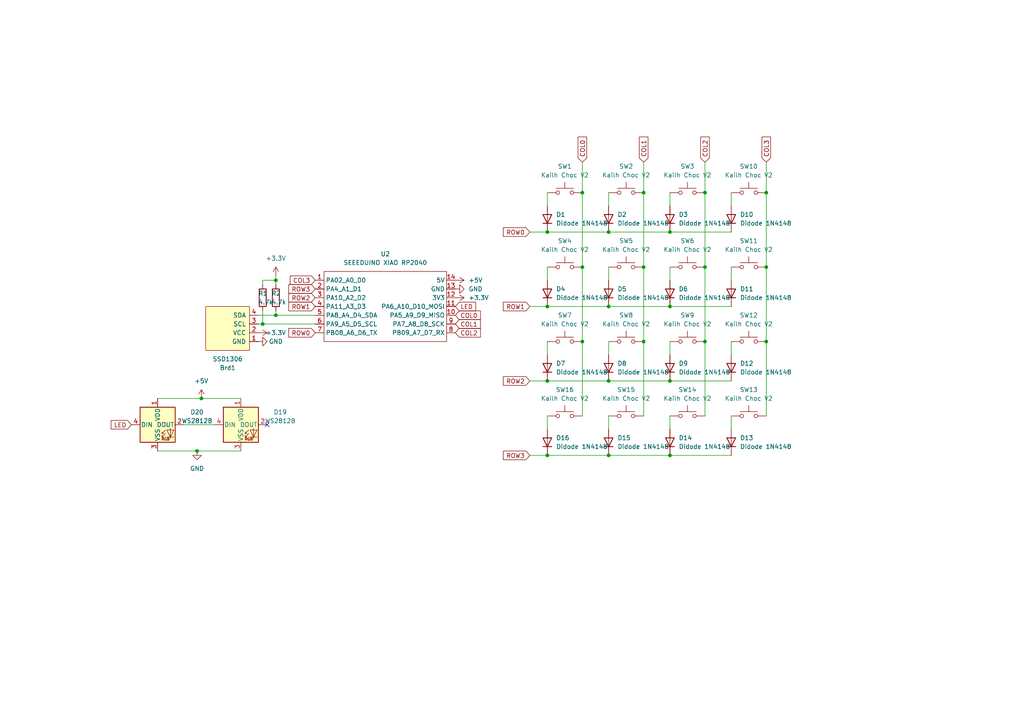
<source format=kicad_sch>
(kicad_sch (version 20230121) (generator eeschema)
  (paper "A4")
  (title_block (title "Cyao macropad") (date "2024-09-22") (rev "v3.1") (company "Cheyao") (comment 1 "https://github.com/cheyao/macropad") (comment 2 "Hackclub repo: https://github.com/hackclub/hackpad"))
  (lib_symbols
    (symbol "Device:D" (pin_numbers hide) (pin_names (offset 1.016) hide)
      (property "Reference" "D" (at 0 2.54 0))
      (property "Value" "D" (at 0 -2.54 0))
      (symbol "D_0_1"
        (polyline (pts (xy -1.27 1.27) (xy -1.27 -1.27)) (stroke (width 0.254)))
        (polyline (pts (xy 1.27 0) (xy -1.27 0)))
        (polyline (pts (xy 1.27 1.27) (xy 1.27 -1.27) (xy -1.27 0) (xy 1.27 1.27)) (stroke (width 0.254)))
      )
      (symbol "D_1_1"
        (pin passive line (at -3.81 0 0) (length 2.54) (name "K") (number "1"))
        (pin passive line (at 3.81 0 180) (length 2.54) (name "A") (number "2"))
      )
    )
    (symbol "Device:R" (pin_numbers hide) (pin_names (offset 0))
      (property "Reference" "R" (at 2.032 0 90))
      (property "Value" "R" (at 0 0 90))
      (symbol "R_0_1"
        (rectangle (start -1.016 -2.54) (end 1.016 2.54) (stroke (width 0.254)))
      )
      (symbol "R_1_1"
        (pin passive line (at 0 3.81 270) (length 1.27) (name "~") (number "1"))
        (pin passive line (at 0 -3.81 90) (length 1.27) (name "~") (number "2"))
      )
    )
    (symbol "LED:WS2812B" (pin_names (offset 0.254))
      (property "Reference" "D" (at 5.08 5.715 0))
      (property "Value" "WS2812B" (at 1.27 -5.715 0))
      (symbol "WS2812B_0_0"
        (text "RGB" (at 2.286 -4.191 0) (effects (font (size 0.762 0.762))))
      )
      (symbol "WS2812B_0_1"
        (polyline (pts (xy 1.27 -3.556) (xy 1.778 -3.556)))
        (polyline (pts (xy 1.27 -2.54) (xy 1.778 -2.54)))
        (polyline (pts (xy 4.699 -3.556) (xy 2.667 -3.556)))
        (polyline (pts (xy 2.286 -2.54) (xy 1.27 -3.556) (xy 1.27 -3.048)))
        (polyline (pts (xy 2.286 -1.524) (xy 1.27 -2.54) (xy 1.27 -2.032)))
        (polyline (pts (xy 3.683 -1.016) (xy 3.683 -3.556) (xy 3.683 -4.064)))
        (polyline (pts (xy 4.699 -1.524) (xy 2.667 -1.524) (xy 3.683 -3.556) (xy 4.699 -1.524)))
        (rectangle (start 5.08 5.08) (end -5.08 -5.08) (stroke (width 0.254)) (fill (type background)))
      )
      (symbol "WS2812B_1_1"
        (pin power_in line (at 0 7.62 270) (length 2.54) (name "VDD") (number "1"))
        (pin output line (at 7.62 0 180) (length 2.54) (name "DOUT") (number "2"))
        (pin power_in line (at 0 -7.62 90) (length 2.54) (name "VSS") (number "3"))
        (pin input line (at -7.62 0 0) (length 2.54) (name "DIN") (number "4"))
      )
    )
    (symbol "Switch:SW_Push" (pin_numbers hide) (pin_names (offset 1.016) hide)
      (property "Reference" "SW" (at 1.27 2.54 0))
      (property "Value" "SW_Push" (at 0 -1.524 0))
      (symbol "SW_Push_0_1"
        (circle (center -2.032 0) (radius 0.508))
        (polyline (pts (xy 0 1.27) (xy 0 3.048)))
        (polyline (pts (xy 2.54 1.27) (xy -2.54 1.27)))
        (circle (center 2.032 0) (radius 0.508))
        (pin passive line (at -5.08 0 0) (length 2.54) (name "1") (number "1"))
        (pin passive line (at 5.08 0 180) (length 2.54) (name "2") (number "2"))
      )
    )
    (symbol "power:+3.3V" (power) (pin_names (offset 0))
      (property "Value" "+3.3V" (at 0 3.556 0))
      (symbol "+3.3V_0_1"
        (polyline (pts (xy -0.762 1.27) (xy 0 2.54)))
        (polyline (pts (xy 0 0) (xy 0 2.54)))
        (polyline (pts (xy 0 2.54) (xy 0.762 1.27)))
      )
      (symbol "+3.3V_1_1"
        (pin power_in line (at 0 0 90) (length 0) hide (name "+3.3V") (number "1"))
      )
    )
    (symbol "power:+5V" (power) (pin_names (offset 0))
      (property "Value" "+5V" (at 0 3.556 0))
      (symbol "+5V_0_1"
        (polyline (pts (xy -0.762 1.27) (xy 0 2.54)))
        (polyline (pts (xy 0 0) (xy 0 2.54)))
        (polyline (pts (xy 0 2.54) (xy 0.762 1.27)))
      )
      (symbol "+5V_1_1"
        (pin power_in line (at 0 0 90) (length 0) hide (name "+5V") (number "1"))
      )
    )
    (symbol "power:GND" (power) (pin_names (offset 0))
      (property "Value" "GND" (at 0 -3.81 0))
      (symbol "GND_0_1"
        (polyline (pts (xy 0 0) (xy 0 -1.27) (xy 1.27 -1.27) (xy 0 -2.54) (xy -1.27 -1.27) (xy 0 -1.27)))
      )
      (symbol "GND_1_1"
        (pin power_in line (at 0 0 270) (length 0) hide (name "GND") (number "1"))
      )
    )
    (symbol "screen:SSD1306" (pin_names (offset 1.016))
      (property "Reference" "Brd" (at 0 -3.81 0))
      (property "Value" "SSD1306" (at 0 -1.27 0))
      (symbol "SSD1306_0_1"
        (rectangle (start -6.35 6.35) (end 6.35 -6.35) (fill (type background)))
      )
      (symbol "SSD1306_1_1"
        (pin input line (at -3.81 8.89 270) (length 2.54) (name "GND") (number "1"))
        (pin input line (at -1.27 8.89 270) (length 2.54) (name "VCC") (number "2"))
        (pin input line (at 1.27 8.89 270) (length 2.54) (name "SCL") (number "3"))
        (pin input line (at 3.81 8.89 270) (length 2.54) (name "SDA") (number "4"))
      )
    )
    (symbol "seed-real:MOUDLE-SEEEDUINO-XIAO"
      (property "Reference" "U" (at -16.51 11.43 0))
      (property "Value" "MOUDLE-SEEEDUINO-XIAO" (at -3.81 -11.43 0))
      (symbol "MOUDLE-SEEEDUINO-XIAO_0_1"
        (rectangle (start -16.51 10.16) (end 19.05 -10.16))
      )
      (symbol "MOUDLE-SEEEDUINO-XIAO_1_1"
        (pin passive line (at -19.05 7.62 0) (length 2.54) (name "PA02_A0_D0") (number "1"))
        (pin passive line (at 21.59 -2.54 180) (length 2.54) (name "PA5_A9_D9_MISO") (number "10"))
        (pin passive line (at 21.59 0 180) (length 2.54) (name "PA6_A10_D10_MOSI") (number "11"))
        (pin passive line (at 21.59 2.54 180) (length 2.54) (name "3V3") (number "12"))
        (pin passive line (at 21.59 5.08 180) (length 2.54) (name "GND") (number "13"))
        (pin passive line (at 21.59 7.62 180) (length 2.54) (name "5V") (number "14"))
        (pin passive line (at -19.05 5.08 0) (length 2.54) (name "PA4_A1_D1") (number "2"))
        (pin passive line (at -19.05 2.54 0) (length 2.54) (name "PA10_A2_D2") (number "3"))
        (pin passive line (at -19.05 0 0) (length 2.54) (name "PA11_A3_D3") (number "4"))
        (pin passive line (at -19.05 -2.54 0) (length 2.54) (name "PA8_A4_D4_SDA") (number "5"))
        (pin passive line (at -19.05 -5.08 0) (length 2.54) (name "PA9_A5_D5_SCL") (number "6"))
        (pin passive line (at -19.05 -7.62 0) (length 2.54) (name "PB08_A6_D6_TX") (number "7"))
        (pin passive line (at 21.59 -7.62 180) (length 2.54) (name "PB09_A7_D7_RX") (number "8"))
        (pin passive line (at 21.59 -5.08 180) (length 2.54) (name "PA7_A8_D8_SCK") (number "9"))
      )
    )
  )
  (junction (at 158.75 110.49))
  (junction (at 158.75 132.08))
  (junction (at 186.69 77.47))
  (junction (at 57.15 130.81))
  (junction (at 168.91 77.47))
  (junction (at 76.2 93.98))
  (junction (at 158.75 67.31))
  (junction (at 186.69 55.88))
  (junction (at 168.91 55.88))
  (junction (at 158.75 88.9))
  (junction (at 58.42 115.57))
  (junction (at 176.53 88.9))
  (junction (at 222.25 55.88))
  (junction (at 168.91 99.06))
  (junction (at 194.31 110.49))
  (junction (at 204.47 77.47))
  (junction (at 222.25 77.47))
  (junction (at 204.47 99.06))
  (junction (at 176.53 67.31))
  (junction (at 194.31 88.9))
  (junction (at 176.53 110.49))
  (junction (at 194.31 67.31))
  (junction (at 80.01 91.44))
  (junction (at 204.47 55.88))
  (junction (at 186.69 99.06))
  (junction (at 194.31 132.08))
  (junction (at 80.01 81.28))
  (junction (at 222.25 99.06))
  (junction (at 176.53 132.08))
  (no_connect (at 77.47 123.19))
  (wire (pts (xy 176.53 110.49) (xy 194.31 110.49)))
  (wire (pts (xy 204.47 55.88) (xy 204.47 77.47)))
  (wire (pts (xy 158.75 120.65) (xy 158.75 124.46)))
  (wire (pts (xy 76.2 82.55) (xy 76.2 81.28)))
  (wire (pts (xy 176.53 99.06) (xy 176.53 102.87)))
  (wire (pts (xy 176.53 88.9) (xy 194.31 88.9)))
  (wire (pts (xy 204.47 99.06) (xy 204.47 120.65)))
  (wire (pts (xy 76.2 93.98) (xy 91.44 93.98)))
  (wire (pts (xy 194.31 77.47) (xy 194.31 81.28)))
  (wire (pts (xy 186.69 99.06) (xy 186.69 120.65)))
  (wire (pts (xy 57.15 130.81) (xy 69.85 130.81)))
  (wire (pts (xy 194.31 120.65) (xy 194.31 124.46)))
  (wire (pts (xy 80.01 81.28) (xy 80.01 82.55)))
  (wire (pts (xy 168.91 99.06) (xy 168.91 120.65)))
  (wire (pts (xy 45.72 115.57) (xy 58.42 115.57)))
  (wire (pts (xy 158.75 99.06) (xy 158.75 102.87)))
  (wire (pts (xy 76.2 81.28) (xy 80.01 81.28)))
  (wire (pts (xy 194.31 110.49) (xy 212.09 110.49)))
  (wire (pts (xy 204.47 55.88) (xy 204.47 46.99)))
  (wire (pts (xy 194.31 99.06) (xy 194.31 102.87)))
  (wire (pts (xy 158.75 77.47) (xy 158.75 81.28)))
  (wire (pts (xy 212.09 55.88) (xy 212.09 59.69)))
  (wire (pts (xy 158.75 132.08) (xy 176.53 132.08)))
  (wire (pts (xy 194.31 132.08) (xy 212.09 132.08)))
  (wire (pts (xy 80.01 90.17) (xy 80.01 91.44)))
  (wire (pts (xy 186.69 55.88) (xy 186.69 77.47)))
  (wire (pts (xy 176.53 77.47) (xy 176.53 81.28)))
  (wire (pts (xy 80.01 91.44) (xy 91.44 91.44)))
  (wire (pts (xy 153.67 88.9) (xy 158.75 88.9)))
  (wire (pts (xy 194.31 88.9) (xy 212.09 88.9)))
  (wire (pts (xy 186.69 46.99) (xy 186.69 55.88)))
  (wire (pts (xy 176.53 120.65) (xy 176.53 124.46)))
  (wire (pts (xy 222.25 55.88) (xy 222.25 77.47)))
  (wire (pts (xy 74.93 93.98) (xy 76.2 93.98)))
  (wire (pts (xy 158.75 67.31) (xy 176.53 67.31)))
  (wire (pts (xy 194.31 55.88) (xy 194.31 59.69)))
  (wire (pts (xy 222.25 46.99) (xy 222.25 55.88)))
  (wire (pts (xy 212.09 99.06) (xy 212.09 102.87)))
  (wire (pts (xy 153.67 110.49) (xy 158.75 110.49)))
  (wire (pts (xy 158.75 55.88) (xy 158.75 59.69)))
  (wire (pts (xy 168.91 77.47) (xy 168.91 99.06)))
  (wire (pts (xy 186.69 77.47) (xy 186.69 99.06)))
  (wire (pts (xy 176.53 67.31) (xy 194.31 67.31)))
  (wire (pts (xy 158.75 110.49) (xy 176.53 110.49)))
  (wire (pts (xy 76.2 90.17) (xy 76.2 93.98)))
  (wire (pts (xy 80.01 80.01) (xy 80.01 81.28)))
  (wire (pts (xy 153.67 67.31) (xy 158.75 67.31)))
  (wire (pts (xy 222.25 99.06) (xy 222.25 120.65)))
  (wire (pts (xy 176.53 132.08) (xy 194.31 132.08)))
  (wire (pts (xy 168.91 46.99) (xy 168.91 55.88)))
  (wire (pts (xy 168.91 55.88) (xy 168.91 77.47)))
  (wire (pts (xy 176.53 55.88) (xy 176.53 59.69)))
  (wire (pts (xy 45.72 130.81) (xy 57.15 130.81)))
  (wire (pts (xy 212.09 77.47) (xy 212.09 81.28)))
  (wire (pts (xy 158.75 88.9) (xy 176.53 88.9)))
  (wire (pts (xy 74.93 91.44) (xy 80.01 91.44)))
  (wire (pts (xy 153.67 132.08) (xy 158.75 132.08)))
  (wire (pts (xy 222.25 77.47) (xy 222.25 99.06)))
  (wire (pts (xy 194.31 67.31) (xy 212.09 67.31)))
  (wire (pts (xy 212.09 120.65) (xy 212.09 124.46)))
  (wire (pts (xy 58.42 115.57) (xy 69.85 115.57)))
  (wire (pts (xy 53.34 123.19) (xy 62.23 123.19)))
  (wire (pts (xy 204.47 77.47) (xy 204.47 99.06)))
  (global_label "LED" (shape input) (at 38.1 123.19 180) (property "Intersheetrefs" "${INTERSHEET_REFS}" (effects hide)))
  (global_label "ROW0" (shape input) (at 91.44 96.52 180) (property "Intersheetrefs" "${INTERSHEET_REFS}" (effects hide)))
  (global_label "ROW2" (shape input) (at 153.67 110.49 180) (property "Intersheetrefs" "${INTERSHEET_REFS}" (effects hide)))
  (global_label "COL3" (shape input) (at 91.44 81.28 180) (property "Intersheetrefs" "${INTERSHEET_REFS}" (effects hide)))
  (global_label "ROW1" (shape input) (at 91.44 88.9 180) (property "Intersheetrefs" "${INTERSHEET_REFS}" (effects hide)))
  (global_label "ROW3" (shape input) (at 91.44 83.82 180) (property "Intersheetrefs" "${INTERSHEET_REFS}" (effects hide)))
  (global_label "LED" (shape input) (at 132.08 88.9 0) (property "Intersheetrefs" "${INTERSHEET_REFS}" (effects hide)))
  (global_label "ROW1" (shape input) (at 153.67 88.9 180) (property "Intersheetrefs" "${INTERSHEET_REFS}" (effects hide)))
  (global_label "ROW2" (shape input) (at 91.44 86.36 180) (property "Intersheetrefs" "${INTERSHEET_REFS}" (effects hide)))
  (global_label "COL0" (shape input) (at 132.08 91.44 0) (property "Intersheetrefs" "${INTERSHEET_REFS}" (effects hide)))
  (global_label "COL1" (shape input) (at 186.69 46.99 90) (property "Intersheetrefs" "${INTERSHEET_REFS}" (effects hide)))
  (global_label "ROW0" (shape input) (at 153.67 67.31 180) (property "Intersheetrefs" "${INTERSHEET_REFS}" (effects hide)))
  (global_label "COL0" (shape input) (at 168.91 46.99 90) (property "Intersheetrefs" "${INTERSHEET_REFS}" (effects hide)))
  (global_label "COL2" (shape input) (at 132.08 96.52 0) (property "Intersheetrefs" "${INTERSHEET_REFS}" (effects hide)))
  (global_label "ROW3" (shape input) (at 153.67 132.08 180) (property "Intersheetrefs" "${INTERSHEET_REFS}" (effects hide)))
  (global_label "COL3" (shape input) (at 222.25 46.99 90) (property "Intersheetrefs" "${INTERSHEET_REFS}" (effects hide)))
  (global_label "COL1" (shape input) (at 132.08 93.98 0) (property "Intersheetrefs" "${INTERSHEET_REFS}" (effects hide)))
  (global_label "COL2" (shape input) (at 204.47 46.99 90) (property "Intersheetrefs" "${INTERSHEET_REFS}" (effects hide)))
  (symbol (lib_id "Device:D") (at 194.31 128.27 90) (unit 1)
    (property "Reference" "D14" (at 196.85 127 90) (effects (justify right)))
    (property "Value" "Didode 1N4148" (at 196.85 129.54 90) (effects (justify right)))
    (property "Footprint" "Diode_THT:D_DO-35_SOD27_P7.62mm_Horizontal" (effects hide))
    (property "Sim.Device" "D" (effects hide))
    (property "Sim.Pins" "1=K 2=A" (effects hide))
  )
  (symbol (lib_id "Device:D") (at 212.09 63.5 90) (unit 1)
    (property "Reference" "D10" (at 214.63 62.23 90) (effects (justify right)))
    (property "Value" "Didode 1N4148" (at 214.63 64.77 90) (effects (justify right)))
    (property "Footprint" "Diode_THT:D_DO-35_SOD27_P7.62mm_Horizontal" (effects hide))
    (property "Sim.Device" "D" (effects hide))
    (property "Sim.Pins" "1=K 2=A" (effects hide))
  )
  (symbol (lib_id "LED:WS2812B") (at 69.85 123.19 0) (unit 1)
    (property "Reference" "D19" (at 81.28 119.5421 0))
    (property "Value" "WS2812B" (at 81.28 122.0821 0))
    (property "Footprint" "LED_SMD:LED_WS2812B_PLCC4_5.0x5.0mm_P3.2mm" (effects hide))
    (property "Datasheet" "https://cdn-shop.adafruit.com/datasheets/WS2812B.pdf" (effects hide))
  )
  (symbol (lib_id "Device:D") (at 158.75 106.68 90) (unit 1)
    (property "Reference" "D7" (at 161.29 105.41 90) (effects (justify right)))
    (property "Value" "Didode 1N4148" (at 161.29 107.95 90) (effects (justify right)))
    (property "Footprint" "Diode_THT:D_DO-35_SOD27_P7.62mm_Horizontal" (effects hide))
    (property "Sim.Device" "D" (effects hide))
    (property "Sim.Pins" "1=K 2=A" (effects hide))
  )
  (symbol (lib_id "Device:D") (at 194.31 106.68 90) (unit 1)
    (property "Reference" "D9" (at 196.85 105.41 90) (effects (justify right)))
    (property "Value" "Didode 1N4148" (at 196.85 107.95 90) (effects (justify right)))
    (property "Footprint" "Diode_THT:D_DO-35_SOD27_P7.62mm_Horizontal" (effects hide))
    (property "Sim.Device" "D" (effects hide))
    (property "Sim.Pins" "1=K 2=A" (effects hide))
  )
  (symbol (lib_id "Device:D") (at 158.75 85.09 90) (unit 1)
    (property "Reference" "D4" (at 161.29 83.82 90) (effects (justify right)))
    (property "Value" "Didode 1N4148" (at 161.29 86.36 90) (effects (justify right)))
    (property "Footprint" "Diode_THT:D_DO-35_SOD27_P7.62mm_Horizontal" (effects hide))
    (property "Sim.Device" "D" (effects hide))
    (property "Sim.Pins" "1=K 2=A" (effects hide))
  )
  (symbol (lib_id "Device:D") (at 212.09 85.09 90) (unit 1)
    (property "Reference" "D11" (at 214.63 83.82 90) (effects (justify right)))
    (property "Value" "Didode 1N4148" (at 214.63 86.36 90) (effects (justify right)))
    (property "Footprint" "Diode_THT:D_DO-35_SOD27_P7.62mm_Horizontal" (effects hide))
    (property "Sim.Device" "D" (effects hide))
    (property "Sim.Pins" "1=K 2=A" (effects hide))
  )
  (symbol (lib_id "power:GND") (at 74.93 99.06 90) (unit 1)
    (property "Reference" "#PWR01" (effects hide))
    (property "Value" "GND" (at 80.01 99.06 90))
  )
  (symbol (lib_id "Device:D") (at 176.53 106.68 90) (unit 1)
    (property "Reference" "D8" (at 179.07 105.41 90) (effects (justify right)))
    (property "Value" "Didode 1N4148" (at 179.07 107.95 90) (effects (justify right)))
    (property "Footprint" "Diode_THT:D_DO-35_SOD27_P7.62mm_Horizontal" (effects hide))
    (property "Sim.Device" "D" (effects hide))
    (property "Sim.Pins" "1=K 2=A" (effects hide))
  )
  (symbol (lib_id "Switch:SW_Push") (at 181.61 77.47 0) (unit 1)
    (property "Reference" "SW5" (at 181.61 69.85 0))
    (property "Value" "Kailh Choc V2" (at 181.61 72.39 0))
    (property "Footprint" "key:SW_Kailh_Choc_V2" (effects hide))
  )
  (symbol (lib_id "Switch:SW_Push") (at 217.17 77.47 0) (unit 1)
    (property "Reference" "SW11" (at 217.17 69.85 0))
    (property "Value" "Kailh Choc V2" (at 217.17 72.39 0))
    (property "Footprint" "key:SW_Kailh_Choc_V2" (effects hide))
  )
  (symbol (lib_id "Device:D") (at 158.75 128.27 90) (unit 1)
    (property "Reference" "D16" (at 161.29 127 90) (effects (justify right)))
    (property "Value" "Didode 1N4148" (at 161.29 129.54 90) (effects (justify right)))
    (property "Footprint" "Diode_THT:D_DO-35_SOD27_P7.62mm_Horizontal" (effects hide))
    (property "Sim.Device" "D" (effects hide))
    (property "Sim.Pins" "1=K 2=A" (effects hide))
  )
  (symbol (lib_id "Device:R") (at 76.2 86.36 0) (unit 1)
    (property "Reference" "R1" (at 74.93 85.09 0) (effects (justify left)))
    (property "Value" "4.7k" (at 74.93 87.63 0) (effects (justify left)))
    (property "Footprint" "Resistor_THT:R_Axial_DIN0204_L3.6mm_D1.6mm_P7.62mm_Horizontal" (effects hide))
  )
  (symbol (lib_id "Switch:SW_Push") (at 181.61 99.06 0) (unit 1)
    (property "Reference" "SW8" (at 181.61 91.44 0))
    (property "Value" "Kailh Choc V2" (at 181.61 93.98 0))
    (property "Footprint" "key:SW_Kailh_Choc_V2" (effects hide))
  )
  (symbol (lib_id "Switch:SW_Push") (at 217.17 120.65 0) (unit 1)
    (property "Reference" "SW13" (at 217.17 113.03 0))
    (property "Value" "Kailh Choc V2" (at 217.17 115.57 0))
    (property "Footprint" "key:SW_Kailh_Choc_V2" (effects hide))
  )
  (symbol (lib_id "Device:D") (at 158.75 63.5 90) (unit 1)
    (property "Reference" "D1" (at 161.29 62.23 90) (effects (justify right)))
    (property "Value" "Didode 1N4148" (at 161.29 64.77 90) (effects (justify right)))
    (property "Footprint" "Diode_THT:D_DO-35_SOD27_P7.62mm_Horizontal" (effects hide))
    (property "Sim.Device" "D" (effects hide))
    (property "Sim.Pins" "1=K 2=A" (effects hide))
  )
  (symbol (lib_id "Device:D") (at 176.53 128.27 90) (unit 1)
    (property "Reference" "D15" (at 179.07 127 90) (effects (justify right)))
    (property "Value" "Didode 1N4148" (at 179.07 129.54 90) (effects (justify right)))
    (property "Footprint" "Diode_THT:D_DO-35_SOD27_P7.62mm_Horizontal" (effects hide))
    (property "Sim.Device" "D" (effects hide))
    (property "Sim.Pins" "1=K 2=A" (effects hide))
  )
  (symbol (lib_id "Switch:SW_Push") (at 217.17 99.06 0) (unit 1)
    (property "Reference" "SW12" (at 217.17 91.44 0))
    (property "Value" "Kailh Choc V2" (at 217.17 93.98 0))
    (property "Footprint" "key:SW_Kailh_Choc_V2" (effects hide))
  )
  (symbol (lib_id "Device:D") (at 212.09 106.68 90) (unit 1)
    (property "Reference" "D12" (at 214.63 105.41 90) (effects (justify right)))
    (property "Value" "Didode 1N4148" (at 214.63 107.95 90) (effects (justify right)))
    (property "Footprint" "Diode_THT:D_DO-35_SOD27_P7.62mm_Horizontal" (effects hide))
    (property "Sim.Device" "D" (effects hide))
    (property "Sim.Pins" "1=K 2=A" (effects hide))
  )
  (symbol (lib_id "power:+5V") (at 132.08 81.28 270) (unit 1)
    (property "Reference" "#PWR04" (effects hide))
    (property "Value" "+5V" (at 135.89 81.28 90) (effects (justify left)))
  )
  (symbol (lib_id "Switch:SW_Push") (at 163.83 99.06 0) (unit 1)
    (property "Reference" "SW7" (at 163.83 91.44 0))
    (property "Value" "Kailh Choc V2" (at 163.83 93.98 0))
    (property "Footprint" "key:SW_Kailh_Choc_V2" (effects hide))
  )
  (symbol (lib_id "power:+5V") (at 58.42 115.57 0) (unit 1)
    (property "Reference" "#PWR07" (effects hide))
    (property "Value" "+5V" (at 58.42 110.49 0))
  )
  (symbol (lib_id "Switch:SW_Push") (at 199.39 55.88 0) (unit 1)
    (property "Reference" "SW3" (at 199.39 48.26 0))
    (property "Value" "Kailh Choc V2" (at 199.39 50.8 0))
    (property "Footprint" "key:SW_Kailh_Choc_V2" (effects hide))
  )
  (symbol (lib_id "Switch:SW_Push") (at 163.83 77.47 0) (unit 1)
    (property "Reference" "SW4" (at 163.83 69.85 0))
    (property "Value" "Kailh Choc V2" (at 163.83 72.39 0))
    (property "Footprint" "key:SW_Kailh_Choc_V2" (effects hide))
  )
  (symbol (lib_id "Device:D") (at 176.53 85.09 90) (unit 1)
    (property "Reference" "D5" (at 179.07 83.82 90) (effects (justify right)))
    (property "Value" "Didode 1N4148" (at 179.07 86.36 90) (effects (justify right)))
    (property "Footprint" "Diode_THT:D_DO-35_SOD27_P7.62mm_Horizontal" (effects hide))
    (property "Sim.Device" "D" (effects hide))
    (property "Sim.Pins" "1=K 2=A" (effects hide))
  )
  (symbol (lib_id "Switch:SW_Push") (at 181.61 120.65 0) (unit 1)
    (property "Reference" "SW15" (at 181.61 113.03 0))
    (property "Value" "Kailh Choc V2" (at 181.61 115.57 0))
    (property "Footprint" "key:SW_Kailh_Choc_V2" (effects hide))
  )
  (symbol (lib_id "Device:D") (at 212.09 128.27 90) (unit 1)
    (property "Reference" "D13" (at 214.63 127 90) (effects (justify right)))
    (property "Value" "Didode 1N4148" (at 214.63 129.54 90) (effects (justify right)))
    (property "Footprint" "Diode_THT:D_DO-35_SOD27_P7.62mm_Horizontal" (effects hide))
    (property "Sim.Device" "D" (effects hide))
    (property "Sim.Pins" "1=K 2=A" (effects hide))
  )
  (symbol (lib_id "power:+3.3V") (at 74.93 96.52 270) (unit 1)
    (property "Reference" "#PWR05" (effects hide))
    (property "Value" "+3.3V" (at 80.01 96.52 90))
  )
  (symbol (lib_id "Switch:SW_Push") (at 199.39 120.65 0) (unit 1)
    (property "Reference" "SW14" (at 199.39 113.03 0))
    (property "Value" "Kailh Choc V2" (at 199.39 115.57 0))
    (property "Footprint" "key:SW_Kailh_Choc_V2" (effects hide))
  )
  (symbol (lib_id "Device:D") (at 176.53 63.5 90) (unit 1)
    (property "Reference" "D2" (at 179.07 62.23 90) (effects (justify right)))
    (property "Value" "Didode 1N4148" (at 179.07 64.77 90) (effects (justify right)))
    (property "Footprint" "Diode_THT:D_DO-35_SOD27_P7.62mm_Horizontal" (effects hide))
    (property "Sim.Device" "D" (effects hide))
    (property "Sim.Pins" "1=K 2=A" (effects hide))
  )
  (symbol (lib_id "Switch:SW_Push") (at 181.61 55.88 0) (unit 1)
    (property "Reference" "SW2" (at 181.61 48.26 0))
    (property "Value" "Kailh Choc V2" (at 181.61 50.8 0))
    (property "Footprint" "key:SW_Kailh_Choc_V2" (effects hide))
  )
  (symbol (lib_id "power:+3.3V") (at 80.01 80.01 0) (unit 1)
    (property "Reference" "#PWR06" (effects hide))
    (property "Value" "+3.3V" (at 80.01 74.93 0))
  )
  (symbol (lib_id "Switch:SW_Push") (at 199.39 77.47 0) (unit 1)
    (property "Reference" "SW6" (at 199.39 69.85 0))
    (property "Value" "Kailh Choc V2" (at 199.39 72.39 0))
    (property "Footprint" "key:SW_Kailh_Choc_V2" (effects hide))
  )
  (symbol (lib_id "Device:D") (at 194.31 63.5 90) (unit 1)
    (property "Reference" "D3" (at 196.85 62.23 90) (effects (justify right)))
    (property "Value" "Didode 1N4148" (at 196.85 64.77 90) (effects (justify right)))
    (property "Footprint" "Diode_THT:D_DO-35_SOD27_P7.62mm_Horizontal" (effects hide))
    (property "Sim.Device" "D" (effects hide))
    (property "Sim.Pins" "1=K 2=A" (effects hide))
  )
  (symbol (lib_id "seed-real:MOUDLE-SEEEDUINO-XIAO") (at 110.49 88.9 0) (unit 1)
    (property "Reference" "U2" (at 111.76 73.66 0))
    (property "Value" "SEEEDUINO XIAO RP2040" (at 111.76 76.2 0))
    (property "Footprint" "seed:XIAO-Generic-Hybrid-14P-2.54-21X17.8MM" (effects hide))
  )
  (symbol (lib_id "Switch:SW_Push") (at 199.39 99.06 0) (unit 1)
    (property "Reference" "SW9" (at 199.39 91.44 0))
    (property "Value" "Kailh Choc V2" (at 199.39 93.98 0))
    (property "Footprint" "key:SW_Kailh_Choc_V2" (effects hide))
  )
  (symbol (lib_id "power:GND") (at 132.08 83.82 90) (unit 1)
    (property "Reference" "#PWR03" (effects hide))
    (property "Value" "GND" (at 135.89 83.82 90) (effects (justify right)))
  )
  (symbol (lib_id "Device:R") (at 80.01 86.36 0) (unit 1)
    (property "Reference" "R2" (at 78.74 85.09 0) (effects (justify left)))
    (property "Value" "4.7k" (at 78.74 87.63 0) (effects (justify left)))
    (property "Footprint" "Resistor_THT:R_Axial_DIN0204_L3.6mm_D1.6mm_P7.62mm_Horizontal" (effects hide))
  )
  (symbol (lib_id "LED:WS2812B") (at 45.72 123.19 0) (unit 1)
    (property "Reference" "D20" (at 57.15 119.5421 0))
    (property "Value" "WS2812B" (at 57.15 122.0821 0))
    (property "Footprint" "LED_SMD:LED_WS2812B_PLCC4_5.0x5.0mm_P3.2mm" (effects hide))
    (property "Datasheet" "https://cdn-shop.adafruit.com/datasheets/WS2812B.pdf" (effects hide))
  )
  (symbol (lib_id "Device:D") (at 194.31 85.09 90) (unit 1)
    (property "Reference" "D6" (at 196.85 83.82 90) (effects (justify right)))
    (property "Value" "Didode 1N4148" (at 196.85 86.36 90) (effects (justify right)))
    (property "Footprint" "Diode_THT:D_DO-35_SOD27_P7.62mm_Horizontal" (effects hide))
    (property "Sim.Device" "D" (effects hide))
    (property "Sim.Pins" "1=K 2=A" (effects hide))
  )
  (symbol (lib_id "Switch:SW_Push") (at 217.17 55.88 0) (unit 1)
    (property "Reference" "SW10" (at 217.17 48.26 0))
    (property "Value" "Kailh Choc V2" (at 217.17 50.8 0))
    (property "Footprint" "key:SW_Kailh_Choc_V2" (effects hide))
  )
  (symbol (lib_id "Switch:SW_Push") (at 163.83 120.65 0) (unit 1)
    (property "Reference" "SW16" (at 163.83 113.03 0))
    (property "Value" "Kailh Choc V2" (at 163.83 115.57 0))
    (property "Footprint" "key:SW_Kailh_Choc_V2" (effects hide))
  )
  (symbol (lib_id "screen:SSD1306") (at 66.04 95.25 270) (mirror x) (unit 1)
    (property "Reference" "Brd1" (at 66.04 106.68 90))
    (property "Value" "SSD1306" (at 66.04 104.14 90))
    (property "Footprint" "screen:128x64OLED" (effects hide))
  )
  (symbol (lib_id "power:+3.3V") (at 132.08 86.36 270) (unit 1)
    (property "Reference" "#PWR02" (effects hide))
    (property "Value" "+3.3V" (at 135.89 86.36 90) (effects (justify left)))
  )
  (symbol (lib_id "Switch:SW_Push") (at 163.83 55.88 0) (unit 1)
    (property "Reference" "SW1" (at 163.83 48.26 0))
    (property "Value" "Kailh Choc V2" (at 163.83 50.8 0))
    (property "Footprint" "key:SW_Kailh_Choc_V2" (effects hide))
  )
  (symbol (lib_id "power:GND") (at 57.15 130.81 0) (unit 1)
    (property "Reference" "#PWR08" (effects hide))
    (property "Value" "GND" (at 57.15 135.89 0))
  )
)
</source>
